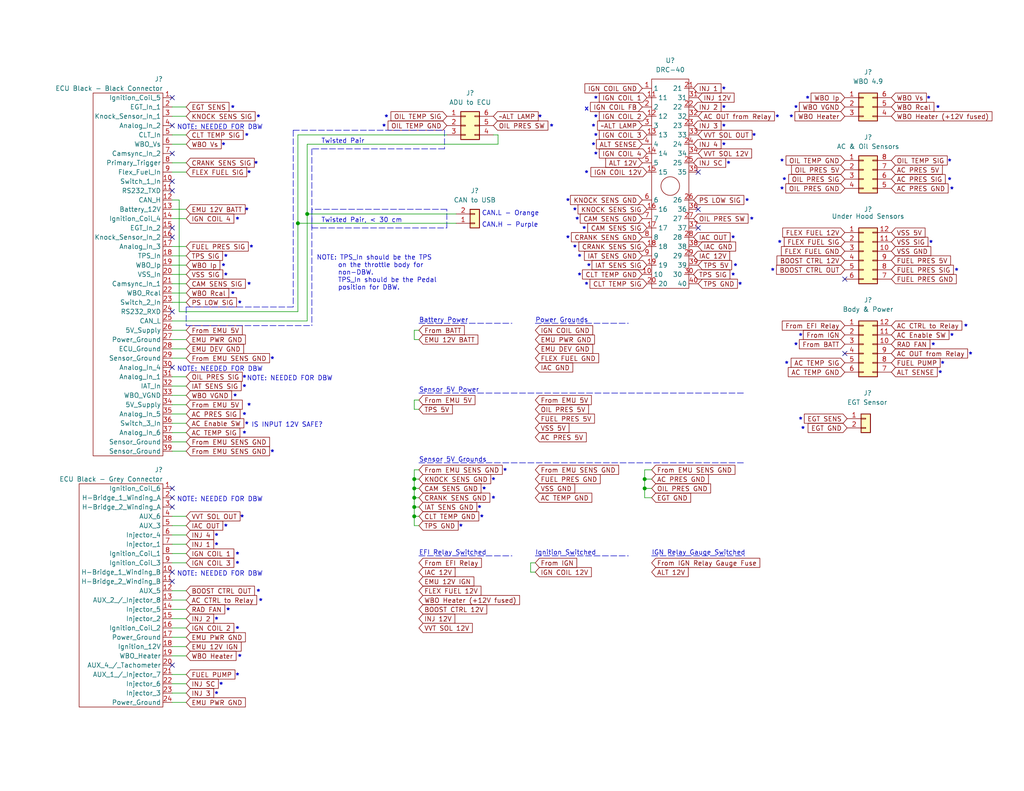
<source format=kicad_sch>
(kicad_sch (version 20211123) (generator eeschema)
  (paper "USLetter")
  (title_block (title "ECU Masters Black to Custom Corolla Wiring") (date "2023-03-22") (rev "v0.1") (company "Daniel Williams") (comment 1 "NO Drive By Wire (DBW)"))
  (lib_symbols
    (symbol "Connector_Generic:Conn_01x02" (pin_names (offset 1.016) hide)
      (property "Reference" "J" (at 0 2.54 0))
      (property "Value" "Conn_01x02" (at 0 -5.08 0))
      (symbol "Conn_01x02_1_1"
        (pin passive line (at -5.08 0 0) (length 3.81) (name "Pin_1") (number "1"))
        (pin passive line (at -5.08 -2.54 0) (length 3.81) (name "Pin_2") (number "2"))
      )
    )
    (symbol "Connector_Generic:Conn_02x03_Counter_Clockwise" (pin_names (offset 1.016) hide)
      (property "Reference" "J" (at 1.27 5.08 0))
      (property "Value" "Conn_02x03_Counter_Clockwise" (at 1.27 -5.08 0))
      (symbol "Conn_02x03_Counter_Clockwise_1_1"
        (pin passive line (at -5.08 2.54 0) (length 3.81) (name "Pin_1") (number "1"))
        (pin passive line (at -5.08 0 0) (length 3.81) (name "Pin_2") (number "2"))
        (pin passive line (at -5.08 -2.54 0) (length 3.81) (name "Pin_3") (number "3"))
        (pin passive line (at 7.62 -2.54 180) (length 3.81) (name "Pin_4") (number "4"))
        (pin passive line (at 7.62 0 180) (length 3.81) (name "Pin_5") (number "5"))
        (pin passive line (at 7.62 2.54 180) (length 3.81) (name "Pin_6") (number "6"))
      )
    )
    (symbol "Connector_Generic:Conn_02x04_Counter_Clockwise" (pin_names (offset 1.016) hide)
      (property "Reference" "J" (at 1.27 5.08 0))
      (property "Value" "Conn_02x04_Counter_Clockwise" (at 1.27 -7.62 0))
      (symbol "Conn_02x04_Counter_Clockwise_1_1"
        (pin passive line (at -5.08 2.54 0) (length 3.81) (name "Pin_1") (number "1"))
        (pin passive line (at -5.08 0 0) (length 3.81) (name "Pin_2") (number "2"))
        (pin passive line (at -5.08 -2.54 0) (length 3.81) (name "Pin_3") (number "3"))
        (pin passive line (at -5.08 -5.08 0) (length 3.81) (name "Pin_4") (number "4"))
        (pin passive line (at 7.62 -5.08 180) (length 3.81) (name "Pin_5") (number "5"))
        (pin passive line (at 7.62 -2.54 180) (length 3.81) (name "Pin_6") (number "6"))
        (pin passive line (at 7.62 0 180) (length 3.81) (name "Pin_7") (number "7"))
        (pin passive line (at 7.62 2.54 180) (length 3.81) (name "Pin_8") (number "8"))
      )
    )
    (symbol "Connector_Generic:Conn_02x05_Counter_Clockwise" (pin_names (offset 1.016) hide)
      (property "Reference" "J" (at 1.27 7.62 0))
      (property "Value" "Conn_02x05_Counter_Clockwise" (at 1.27 -7.62 0))
      (symbol "Conn_02x05_Counter_Clockwise_1_1"
        (pin passive line (at -5.08 5.08 0) (length 3.81) (name "Pin_1") (number "1"))
        (pin passive line (at 7.62 5.08 180) (length 3.81) (name "Pin_10") (number "10"))
        (pin passive line (at -5.08 2.54 0) (length 3.81) (name "Pin_2") (number "2"))
        (pin passive line (at -5.08 0 0) (length 3.81) (name "Pin_3") (number "3"))
        (pin passive line (at -5.08 -2.54 0) (length 3.81) (name "Pin_4") (number "4"))
        (pin passive line (at -5.08 -5.08 0) (length 3.81) (name "Pin_5") (number "5"))
        (pin passive line (at 7.62 -5.08 180) (length 3.81) (name "Pin_6") (number "6"))
        (pin passive line (at 7.62 -2.54 180) (length 3.81) (name "Pin_7") (number "7"))
        (pin passive line (at 7.62 0 180) (length 3.81) (name "Pin_8") (number "8"))
        (pin passive line (at 7.62 2.54 180) (length 3.81) (name "Pin_9") (number "9"))
      )
    )
    (symbol "Connector_Generic:Conn_02x06_Counter_Clockwise" (pin_names (offset 1.016) hide)
      (property "Reference" "J" (at 1.27 7.62 0))
      (property "Value" "Conn_02x06_Counter_Clockwise" (at 1.27 -10.16 0))
      (symbol "Conn_02x06_Counter_Clockwise_1_1"
        (pin passive line (at -5.08 5.08 0) (length 3.81) (name "Pin_1") (number "1"))
        (pin passive line (at 7.62 0 180) (length 3.81) (name "Pin_10") (number "10"))
        (pin passive line (at 7.62 2.54 180) (length 3.81) (name "Pin_11") (number "11"))
        (pin passive line (at 7.62 5.08 180) (length 3.81) (name "Pin_12") (number "12"))
        (pin passive line (at -5.08 2.54 0) (length 3.81) (name "Pin_2") (number "2"))
        (pin passive line (at -5.08 0 0) (length 3.81) (name "Pin_3") (number "3"))
        (pin passive line (at -5.08 -2.54 0) (length 3.81) (name "Pin_4") (number "4"))
        (pin passive line (at -5.08 -5.08 0) (length 3.81) (name "Pin_5") (number "5"))
        (pin passive line (at -5.08 -7.62 0) (length 3.81) (name "Pin_6") (number "6"))
        (pin passive line (at 7.62 -7.62 180) (length 3.81) (name "Pin_7") (number "7"))
        (pin passive line (at 7.62 -5.08 180) (length 3.81) (name "Pin_8") (number "8"))
        (pin passive line (at 7.62 -2.54 180) (length 3.81) (name "Pin_9") (number "9"))
      )
    )
    (symbol "ecu_masters:DRC-40"
      (property "Reference" "U" (at 0 0 0))
      (property "Value" "DRC-40" (at 0 -59.69 0))
      (symbol "DRC-40_1_1"
        (pin bidirectional line (at -7.62 -3.81 0) (length 2.54) (name "1") (number "1"))
        (pin bidirectional line (at -7.62 -54.61 0) (length 2.54) (name "10") (number "10"))
        (pin bidirectional line (at -6.35 -6.35 0) (length 2.54) (name "11") (number "11"))
        (pin bidirectional line (at -6.35 -11.43 0) (length 2.54) (name "12") (number "12"))
        (pin bidirectional line (at -6.35 -16.51 0) (length 2.54) (name "13") (number "13"))
        (pin bidirectional line (at -6.35 -21.59 0) (length 2.54) (name "14") (number "14"))
        (pin bidirectional line (at -6.35 -26.67 0) (length 2.54) (name "15") (number "15"))
        (pin bidirectional line (at -6.35 -36.83 0) (length 2.54) (name "16") (number "16"))
        (pin bidirectional line (at -6.35 -41.91 0) (length 2.54) (name "17") (number "17"))
        (pin bidirectional line (at -6.35 -46.99 0) (length 2.54) (name "18") (number "18"))
        (pin bidirectional line (at -6.35 -52.07 0) (length 2.54) (name "19") (number "19"))
        (pin bidirectional line (at -7.62 -8.89 0) (length 2.54) (name "2") (number "2"))
        (pin bidirectional line (at -6.35 -57.15 0) (length 2.54) (name "20") (number "20"))
        (pin bidirectional line (at 6.35 -3.81 180) (length 2.54) (name "21") (number "21"))
        (pin bidirectional line (at 6.35 -8.89 180) (length 2.54) (name "22") (number "22"))
        (pin bidirectional line (at 6.35 -13.97 180) (length 2.54) (name "23") (number "23"))
        (pin bidirectional line (at 6.35 -19.05 180) (length 2.54) (name "24") (number "24"))
        (pin bidirectional line (at 6.35 -24.13 180) (length 2.54) (name "25") (number "25"))
        (pin bidirectional line (at 6.35 -34.29 180) (length 2.54) (name "26") (number "26"))
        (pin bidirectional line (at 6.35 -39.37 180) (length 2.54) (name "27") (number "27"))
        (pin bidirectional line (at 6.35 -44.45 180) (length 2.54) (name "28") (number "28"))
        (pin bidirectional line (at 6.35 -49.53 180) (length 2.54) (name "29") (number "29"))
        (pin bidirectional line (at -7.62 -13.97 0) (length 2.54) (name "3") (number "3"))
        (pin bidirectional line (at 6.35 -54.61 180) (length 2.54) (name "30") (number "30"))
        (pin bidirectional line (at 7.62 -6.35 180) (length 2.54) (name "31") (number "31"))
        (pin bidirectional line (at 7.62 -11.43 180) (length 2.54) (name "32") (number "32"))
        (pin bidirectional line (at 7.62 -16.51 180) (length 2.54) (name "33") (number "33"))
        (pin bidirectional line (at 7.62 -21.59 180) (length 2.54) (name "34") (number "34"))
        (pin bidirectional line (at 7.62 -26.67 180) (length 2.54) (name "35") (number "35"))
        (pin bidirectional line (at 7.62 -36.83 180) (length 2.54) (name "36") (number "36"))
        (pin bidirectional line (at 7.62 -41.91 180) (length 2.54) (name "37") (number "37"))
        (pin bidirectional line (at 7.62 -46.99 180) (length 2.54) (name "38") (number "38"))
        (pin bidirectional line (at 7.62 -52.07 180) (length 2.54) (name "39") (number "39"))
        (pin bidirectional line (at -7.62 -19.05 0) (length 2.54) (name "4") (number "4"))
        (pin bidirectional line (at 7.62 -57.15 180) (length 2.54) (name "40") (number "40"))
        (pin bidirectional line (at -7.62 -24.13 0) (length 2.54) (name "5") (number "5"))
        (pin bidirectional line (at -7.62 -34.29 0) (length 2.54) (name "6") (number "6"))
        (pin bidirectional line (at -7.62 -39.37 0) (length 2.54) (name "7") (number "7"))
        (pin bidirectional line (at -7.62 -44.45 0) (length 2.54) (name "8") (number "8"))
        (pin bidirectional line (at -7.62 -49.53 0) (length 2.54) (name "9") (number "9"))
      )
    )
    (symbol "ecu_masters:ECU Black - Black Connector"
      (property "Reference" "J?" (at 0 3.81 0))
      (property "Value" "ECU Black - Black Connector" (at 0 1.27 0))
      (symbol "ECU Black - Black Connector_1_1"
        (pin output line (at -2.54 -1.27 0) (length 2.54) (name "Ignition_Coil_5") (number "1"))
        (pin input line (at -2.54 -24.13 0) (length 2.54) (name "Switch_1_In") (number "10"))
        (pin bidirectional line (at -2.54 -26.67 0) (length 2.54) (name "RS232_TXD") (number "11"))
        (pin bidirectional line (at -2.54 -29.21 0) (length 2.54) (name "CAN_H") (number "12"))
        (pin power_in line (at -2.54 -31.75 0) (length 2.54) (name "Battery_12V") (number "13"))
        (pin output line (at -2.54 -34.29 0) (length 2.54) (name "Ignition_Coil_4") (number "14"))
        (pin input line (at -2.54 -36.83 0) (length 2.54) (name "EGT_In_2") (number "15"))
        (pin input line (at -2.54 -39.37 0) (length 2.54) (name "Knock_Sensor_In_2") (number "16"))
        (pin input line (at -2.54 -41.91 0) (length 2.54) (name "Analog_In_3") (number "17"))
        (pin input line (at -2.54 -44.45 0) (length 2.54) (name "TPS_In") (number "18"))
        (pin input line (at -2.54 -46.99 0) (length 2.54) (name "WBO_Ip") (number "19"))
        (pin input line (at -2.54 -3.81 0) (length 2.54) (name "EGT_In_1") (number "2"))
        (pin input line (at -2.54 -49.53 0) (length 2.54) (name "VSS_In") (number "20"))
        (pin input line (at -2.54 -52.07 0) (length 2.54) (name "Camsync_In_1") (number "21"))
        (pin input line (at -2.54 -54.61 0) (length 2.54) (name "WBO_Rcal") (number "22"))
        (pin input line (at -2.54 -57.15 0) (length 2.54) (name "Switch_2_In") (number "23"))
        (pin bidirectional line (at -2.54 -59.69 0) (length 2.54) (name "RS232_RXD") (number "24"))
        (pin bidirectional line (at -2.54 -62.23 0) (length 2.54) (name "CAN_L") (number "25"))
        (pin power_out line (at -2.54 -64.77 0) (length 2.54) (name "5V_Supply") (number "26"))
        (pin power_in line (at -2.54 -67.31 0) (length 2.54) (name "Power_Ground") (number "27"))
        (pin power_in line (at -2.54 -69.85 0) (length 2.54) (name "ECU_Ground") (number "28"))
        (pin power_out line (at -2.54 -72.39 0) (length 2.54) (name "Sensor_Ground") (number "29"))
        (pin input line (at -2.54 -6.35 0) (length 2.54) (name "Knock_Sensor_In_1") (number "3"))
        (pin input line (at -2.54 -74.93 0) (length 2.54) (name "Analog_In_4") (number "30"))
        (pin input line (at -2.54 -77.47 0) (length 2.54) (name "Analog_In_1") (number "31"))
        (pin input line (at -2.54 -80.01 0) (length 2.54) (name "IAT_In") (number "32"))
        (pin power_out line (at -2.54 -82.55 0) (length 2.54) (name "WBO_VGND") (number "33"))
        (pin power_out line (at -2.54 -85.09 0) (length 2.54) (name "5V_Supply") (number "34"))
        (pin input line (at -2.54 -87.63 0) (length 2.54) (name "Analog_In_5") (number "35"))
        (pin input line (at -2.54 -90.17 0) (length 2.54) (name "Switch_3_In") (number "36"))
        (pin input line (at -2.54 -92.71 0) (length 2.54) (name "Analog_In_6") (number "37"))
        (pin power_out line (at -2.54 -95.25 0) (length 2.54) (name "Sensor_Ground") (number "38"))
        (pin power_out line (at -2.54 -97.79 0) (length 2.54) (name "Sensor_Ground") (number "39"))
        (pin input line (at -2.54 -8.89 0) (length 2.54) (name "Analog_In_2") (number "4"))
        (pin input line (at -2.54 -11.43 0) (length 2.54) (name "CLT_In") (number "5"))
        (pin power_out line (at -2.54 -13.97 0) (length 2.54) (name "WBO_Vs") (number "6"))
        (pin input line (at -2.54 -16.51 0) (length 2.54) (name "Camsync_In_2") (number "7"))
        (pin input line (at -2.54 -19.05 0) (length 2.54) (name "Primary_Trigger") (number "8"))
        (pin input line (at -2.54 -21.59 0) (length 2.54) (name "Flex_Fuel_In") (number "9"))
      )
    )
    (symbol "ecu_masters:ECU Black - Grey Connector"
      (property "Reference" "J?" (at 0 3.81 0))
      (property "Value" "ECU Black - Grey Connector" (at 0 1.27 0))
      (symbol "ECU Black - Grey Connector_1_1"
        (pin output line (at -2.54 -1.27 0) (length 2.54) (name "Ignition_Coil_6") (number "1"))
        (pin output line (at -2.54 -24.13 0) (length 2.54) (name "H-Bridge_1_Winding_B") (number "10"))
        (pin output line (at -2.54 -26.67 0) (length 2.54) (name "H-Bridge_2_Winding_B") (number "11"))
        (pin output line (at -2.54 -29.21 0) (length 2.54) (name "AUX_5") (number "12"))
        (pin output line (at -2.54 -31.75 0) (length 2.54) (name "AUX_2_/_Injector_8") (number "13"))
        (pin output line (at -2.54 -34.29 0) (length 2.54) (name "Injector_5") (number "14"))
        (pin output line (at -2.54 -36.83 0) (length 2.54) (name "Injector_2") (number "15"))
        (pin output line (at -2.54 -39.37 0) (length 2.54) (name "Ignition_Coil_2") (number "16"))
        (pin power_in line (at -2.54 -41.91 0) (length 2.54) (name "Power_Ground") (number "17"))
        (pin power_in line (at -2.54 -44.45 0) (length 2.54) (name "Ignition_12V") (number "18"))
        (pin power_out line (at -2.54 -46.99 0) (length 2.54) (name "WBO_Heater") (number "19"))
        (pin output line (at -2.54 -3.81 0) (length 2.54) (name "H-Bridge_1_Winding_A") (number "2"))
        (pin output line (at -2.54 -49.53 0) (length 2.54) (name "AUX_4_/_Tachometer") (number "20"))
        (pin output line (at -2.54 -52.07 0) (length 2.54) (name "AUX_1_/_Injector_7") (number "21"))
        (pin output line (at -2.54 -54.61 0) (length 2.54) (name "Injector_6") (number "22"))
        (pin output line (at -2.54 -57.15 0) (length 2.54) (name "Injector_3") (number "23"))
        (pin power_in line (at -2.54 -59.69 0) (length 2.54) (name "Power_Ground") (number "24"))
        (pin output line (at -2.54 -6.35 0) (length 2.54) (name "H-Bridge_2_Winding_A") (number "3"))
        (pin output line (at -2.54 -8.89 0) (length 2.54) (name "AUX_6") (number "4"))
        (pin output line (at -2.54 -11.43 0) (length 2.54) (name "AUX_3") (number "5"))
        (pin output line (at -2.54 -13.97 0) (length 2.54) (name "Injector_4") (number "6"))
        (pin output line (at -2.54 -16.51 0) (length 2.54) (name "Injector_1") (number "7"))
        (pin output line (at -2.54 -19.05 0) (length 2.54) (name "Ignition_Coil_1") (number "8"))
        (pin output line (at -2.54 -21.59 0) (length 2.54) (name "Ignition_Coil_3") (number "9"))
      )
    )
  )
  (junction (at 113.03 135.89))
  (junction (at 81.28 60.96))
  (junction (at 83.82 58.42))
  (junction (at 175.895 130.81))
  (junction (at 113.03 138.43))
  (junction (at 113.03 130.81))
  (junction (at 175.895 133.35))
  (junction (at 113.03 140.97))
  (junction (at 113.03 133.35))
  (no_connect (at 190.5 46.99))
  (no_connect (at 190.5 62.23))
  (no_connect (at 190.5 57.15))
  (no_connect (at 46.99 49.53))
  (no_connect (at 46.99 62.23))
  (no_connect (at 46.99 64.77))
  (no_connect (at 46.99 41.91))
  (no_connect (at 46.99 133.35))
  (no_connect (at 46.99 52.07))
  (no_connect (at 46.99 85.09))
  (no_connect (at 46.99 26.67))
  (no_connect (at 46.99 181.61))
  (no_connect (at 230.505 76.2))
  (no_connect (at 230.505 96.52))
  (no_connect (at 46.99 34.29))
  (no_connect (at 46.99 156.21))
  (no_connect (at 46.99 135.89))
  (no_connect (at 46.99 138.43))
  (no_connect (at 46.99 158.75))
  (no_connect (at 46.99 100.33))
  (polyline (pts (xy 121.92 62.23) (xy 121.92 57.15)))
  (wire (pts (xy 46.99 39.37) (xy 50.8 39.37)))
  (polyline (pts (xy 146.05 151.765) (xy 171.45 151.765)))
  (polyline (pts (xy 146.05 88.265) (xy 171.45 88.265)))
  (wire (pts (xy 83.82 58.42) (xy 83.82 87.63)))
  (wire (pts (xy 81.28 60.96) (xy 124.46 60.96)))
  (wire (pts (xy 114.3 143.51) (xy 113.03 143.51)))
  (wire (pts (xy 46.99 36.83) (xy 50.8 36.83)))
  (wire (pts (xy 113.03 140.97) (xy 113.03 138.43)))
  (wire (pts (xy 46.99 148.59) (xy 50.8 148.59)))
  (polyline (pts (xy 114.3 151.765) (xy 139.7 151.765)))
  (wire (pts (xy 46.99 74.93) (xy 50.8 74.93)))
  (wire (pts (xy 46.99 118.11) (xy 50.8 118.11)))
  (wire (pts (xy 46.99 163.83) (xy 50.8 163.83)))
  (wire (pts (xy 177.8 135.89) (xy 175.895 135.89)))
  (polyline (pts (xy 114.3 107.315) (xy 203.2 107.315)))
  (wire (pts (xy 113.03 133.35) (xy 113.03 130.81)))
  (wire (pts (xy 113.03 133.35) (xy 114.3 133.35)))
  (wire (pts (xy 144.78 156.21) (xy 146.05 156.21)))
  (wire (pts (xy 113.03 138.43) (xy 113.03 135.89)))
  (wire (pts (xy 81.28 36.83) (xy 121.92 36.83)))
  (wire (pts (xy 46.99 110.49) (xy 50.8 110.49)))
  (polyline (pts (xy 50.8 88.9) (xy 85.09 88.9)))
  (wire (pts (xy 135.89 36.83) (xy 134.62 36.83)))
  (polyline (pts (xy 50.8 83.82) (xy 50.8 88.9)))
  (wire (pts (xy 46.99 161.29) (xy 50.8 161.29)))
  (wire (pts (xy 46.99 153.67) (xy 50.8 153.67)))
  (polyline (pts (xy 80.01 83.82) (xy 50.8 83.82)))
  (wire (pts (xy 114.3 109.22) (xy 113.03 109.22)))
  (wire (pts (xy 46.99 143.51) (xy 50.8 143.51)))
  (wire (pts (xy 46.99 168.91) (xy 50.8 168.91)))
  (wire (pts (xy 113.03 111.76) (xy 114.3 111.76)))
  (polyline (pts (xy 177.8 151.765) (xy 203.2 151.765)))
  (wire (pts (xy 113.03 135.89) (xy 113.03 133.35)))
  (wire (pts (xy 46.99 186.69) (xy 50.8 186.69)))
  (wire (pts (xy 46.99 184.15) (xy 50.8 184.15)))
  (wire (pts (xy 46.99 107.95) (xy 50.8 107.95)))
  (wire (pts (xy 83.82 39.37) (xy 135.89 39.37)))
  (wire (pts (xy 46.99 59.69) (xy 50.8 59.69)))
  (wire (pts (xy 48.895 54.61) (xy 48.895 85.09)))
  (wire (pts (xy 175.895 130.81) (xy 177.8 130.81)))
  (wire (pts (xy 83.82 58.42) (xy 124.46 58.42)))
  (wire (pts (xy 175.895 130.81) (xy 175.895 128.27)))
  (wire (pts (xy 46.99 115.57) (xy 50.8 115.57)))
  (wire (pts (xy 46.99 44.45) (xy 50.8 44.45)))
  (wire (pts (xy 175.895 133.35) (xy 177.8 133.35)))
  (wire (pts (xy 81.28 36.83) (xy 81.28 60.96)))
  (polyline (pts (xy 121.92 57.15) (xy 85.09 57.15)))
  (wire (pts (xy 46.99 191.77) (xy 50.8 191.77)))
  (wire (pts (xy 46.99 92.71) (xy 50.8 92.71)))
  (wire (pts (xy 113.03 135.89) (xy 114.3 135.89)))
  (wire (pts (xy 46.99 120.65) (xy 50.8 120.65)))
  (wire (pts (xy 46.99 77.47) (xy 50.8 77.47)))
  (wire (pts (xy 113.03 92.71) (xy 114.3 92.71)))
  (wire (pts (xy 46.99 105.41) (xy 50.8 105.41)))
  (wire (pts (xy 175.895 135.89) (xy 175.895 133.35)))
  (polyline (pts (xy 85.09 40.64) (xy 85.09 88.9)))
  (wire (pts (xy 113.03 130.81) (xy 114.3 130.81)))
  (wire (pts (xy 46.99 57.15) (xy 50.8 57.15)))
  (wire (pts (xy 135.89 39.37) (xy 135.89 36.83)))
  (wire (pts (xy 46.99 90.17) (xy 50.8 90.17)))
  (wire (pts (xy 48.895 85.09) (xy 81.28 85.09)))
  (wire (pts (xy 46.99 69.85) (xy 50.8 69.85)))
  (wire (pts (xy 46.99 95.25) (xy 50.8 95.25)))
  (wire (pts (xy 46.99 102.87) (xy 50.8 102.87)))
  (polyline (pts (xy 114.3 88.265) (xy 139.7 88.265)))
  (wire (pts (xy 46.99 46.99) (xy 50.8 46.99)))
  (wire (pts (xy 113.03 128.27) (xy 114.3 128.27)))
  (wire (pts (xy 175.895 133.35) (xy 175.895 130.81)))
  (wire (pts (xy 46.99 97.79) (xy 50.8 97.79)))
  (wire (pts (xy 46.99 29.21) (xy 50.8 29.21)))
  (wire (pts (xy 46.99 166.37) (xy 50.8 166.37)))
  (wire (pts (xy 46.99 151.13) (xy 50.8 151.13)))
  (polyline (pts (xy 80.01 35.56) (xy 80.01 83.82)))
  (wire (pts (xy 46.99 171.45) (xy 50.8 171.45)))
  (polyline (pts (xy 80.01 35.56) (xy 121.285 35.56)))
  (wire (pts (xy 46.99 146.05) (xy 50.8 146.05)))
  (wire (pts (xy 46.99 31.75) (xy 50.8 31.75)))
  (wire (pts (xy 113.03 140.97) (xy 114.3 140.97)))
  (wire (pts (xy 144.78 153.67) (xy 144.78 156.21)))
  (wire (pts (xy 46.99 173.99) (xy 50.8 173.99)))
  (wire (pts (xy 46.99 82.55) (xy 50.8 82.55)))
  (wire (pts (xy 46.99 189.23) (xy 50.8 189.23)))
  (wire (pts (xy 46.99 54.61) (xy 48.895 54.61)))
  (wire (pts (xy 46.99 176.53) (xy 50.8 176.53)))
  (wire (pts (xy 113.03 130.81) (xy 113.03 128.27)))
  (wire (pts (xy 83.82 87.63) (xy 46.99 87.63)))
  (polyline (pts (xy 85.09 62.23) (xy 121.92 62.23)))
  (wire (pts (xy 46.99 80.01) (xy 50.8 80.01)))
  (wire (pts (xy 46.99 113.03) (xy 50.8 113.03)))
  (wire (pts (xy 146.05 153.67) (xy 144.78 153.67)))
  (polyline (pts (xy 121.285 40.64) (xy 85.09 40.64)))
  (wire (pts (xy 83.82 39.37) (xy 83.82 58.42)))
  (wire (pts (xy 113.03 90.17) (xy 113.03 92.71)))
  (polyline (pts (xy 121.285 35.56) (xy 121.285 40.64)))
  (wire (pts (xy 46.99 67.31) (xy 50.8 67.31)))
  (wire (pts (xy 46.99 179.07) (xy 50.8 179.07)))
  (wire (pts (xy 114.3 90.17) (xy 113.03 90.17)))
  (wire (pts (xy 46.99 140.97) (xy 50.8 140.97)))
  (polyline (pts (xy 85.09 57.15) (xy 85.09 62.23)))
  (wire (pts (xy 113.03 143.51) (xy 113.03 140.97)))
  (wire (pts (xy 113.03 138.43) (xy 114.3 138.43)))
  (wire (pts (xy 46.99 123.19) (xy 50.8 123.19)))
  (wire (pts (xy 46.99 72.39) (xy 50.8 72.39)))
  (wire (pts (xy 175.895 128.27) (xy 177.8 128.27)))
  (wire (pts (xy 113.03 109.22) (xy 113.03 111.76)))
  (polyline (pts (xy 114.3 126.365) (xy 203.2 126.365)))
  (wire (pts (xy 81.28 60.96) (xy 81.28 85.09)))
  (text "*" (at 73.66 99.06 0) (effects (font (size 1.27 1.27) bold) (justify left bottom)))
  (text "CAN.L - Orange" (at 131.445 59.055 0) (effects (font (size 1.27 1.27)) (justify left bottom)))
  (text "*" (at 254 95.25 0) (effects (font (size 1.27 1.27) bold) (justify left bottom)))
  (text "*" (at 149.86 35.56 0) (effects (font (size 1.27 1.27) bold) (justify left bottom)))
  (text "Sensor 5V Power" (at 114.3 107.315 0) (effects (font (size 1.27 1.27)) (justify left bottom)))
  (text "*" (at 161.925 38.1 0) (effects (font (size 1.27 1.27) bold) (justify left bottom)))
  (text "*" (at 69.85 33.02 0) (effects (font (size 1.27 1.27) bold) (justify left bottom)))
  (text "*" (at 216.535 30.48 0) (effects (font (size 1.27 1.27) bold) (justify left bottom)))
  (text "*" (at 160.02 73.66 0) (effects (font (size 1.27 1.27) bold) (justify left bottom)))
  (text "*" (at 196.85 25.4 0) (effects (font (size 1.27 1.27) bold) (justify left bottom)))
  (text "*" (at 216.535 95.25 0) (effects (font (size 1.27 1.27) bold) (justify left bottom)))
  (text "*" (at 212.725 45.085 0) (effects (font (size 1.27 1.27) bold) (justify left bottom)))
  (text "*" (at 137.16 129.54 0) (effects (font (size 1.27 1.27) bold) (justify left bottom)))
  (text "*" (at 258.445 45.085 0) (effects (font (size 1.27 1.27) bold) (justify left bottom)))
  (text "*" (at 217.805 92.71 0) (effects (font (size 1.27 1.27) bold) (justify left bottom)))
  (text "*" (at 158.75 63.5 0) (effects (font (size 1.27 1.27) bold) (justify left bottom)))
  (text "*" (at 198.12 45.72 0) (effects (font (size 1.27 1.27) bold) (justify left bottom)))
  (text "*" (at 58.42 170.18 0) (effects (font (size 1.27 1.27) bold) (justify left bottom)))
  (text "*" (at 67.945 68.58 0) (effects (font (size 1.27 1.27) bold) (justify left bottom)))
  (text "*" (at 104.14 35.56 0) (effects (font (size 1.27 1.27) bold) (justify left bottom)))
  (text "*" (at 256.54 100.33 0) (effects (font (size 1.27 1.27) bold) (justify left bottom)))
  (text "*" (at 161.29 35.56 0) (effects (font (size 1.27 1.27) bold) (justify left bottom)))
  (text "*" (at 260.35 74.93 0) (effects (font (size 1.27 1.27) bold) (justify left bottom)))
  (text "*" (at 64.135 185.42 0) (effects (font (size 1.27 1.27) bold) (justify left bottom)))
  (text "*" (at 253.365 67.31 0) (effects (font (size 1.27 1.27) bold) (justify left bottom)))
  (text "IGN Relay Gauge Switched" (at 177.8 151.765 0) (effects (font (size 1.27 1.27)) (justify left bottom)))
  (text "*" (at 203.2 55.88 0) (effects (font (size 1.27 1.27) bold) (justify left bottom)))
  (text "*" (at 60.96 144.78 0) (effects (font (size 1.27 1.27) bold) (justify left bottom)))
  (text "*" (at 131.445 134.62 0) (effects (font (size 1.27 1.27) bold) (justify left bottom)))
  (text "*" (at 64.77 180.34 0) (effects (font (size 1.27 1.27) bold) (justify left bottom)))
  (text "*" (at 156.845 60.96 0) (effects (font (size 1.27 1.27) bold) (justify left bottom)))
  (text "Ignition Switched" (at 146.05 151.765 0) (effects (font (size 1.27 1.27)) (justify left bottom)))
  (text "*" (at 255.27 30.48 0) (effects (font (size 1.27 1.27) bold) (justify left bottom)))
  (text "*" (at 64.135 172.72 0) (effects (font (size 1.27 1.27) bold) (justify left bottom)))
  (text "NOTE: NEEDED FOR DBW" (at 48.26 35.56 0) (effects (font (size 1.27 1.27)) (justify left bottom)))
  (text "Sensor 5V Grounds" (at 114.3 126.365 0) (effects (font (size 1.27 1.27)) (justify left bottom)))
  (text "Battery Power" (at 114.3 88.265 0) (effects (font (size 1.27 1.27)) (justify left bottom)))
  (text "*" (at 212.09 67.31 0) (effects (font (size 1.27 1.27) bold) (justify left bottom)))
  (text "Twisted Pair, < 30 cm" (at 87.63 60.96 0) (effects (font (size 1.27 1.27)) (justify left bottom)))
  (text "*" (at 69.85 162.56 0) (effects (font (size 1.27 1.27) bold) (justify left bottom)))
  (text "NOTE: Signals for ADU" (at -28.575 153.035 0) (effects (font (size 1.27 1.27)) (justify left bottom)))
  (text "*" (at 69.215 45.72 0) (effects (font (size 1.27 1.27) bold) (justify left bottom)))
  (text "*" (at 60.96 76.2 0) (effects (font (size 1.27 1.27) bold) (justify left bottom)))
  (text "*" (at 157.48 76.2 0) (effects (font (size 1.27 1.27) bold) (justify left bottom)))
  (text "*" (at 66.04 114.3 0) (effects (font (size 1.27 1.27) bold) (justify left bottom)))
  (text "*" (at 196.85 35.56 0) (effects (font (size 1.27 1.27) bold) (justify left bottom)))
  (text "*" (at 64.77 83.82 0) (effects (font (size 1.27 1.27) bold) (justify left bottom)))
  (text "*" (at 130.175 139.7 0) (effects (font (size 1.27 1.27) bold) (justify left bottom)))
  (text "*" (at 60.325 40.64 0) (effects (font (size 1.27 1.27) bold) (justify left bottom)))
  (text "*" (at 61.595 167.64 0) (effects (font (size 1.27 1.27) bold) (justify left bottom)))
  (text "*" (at 66.675 38.1 0) (effects (font (size 1.27 1.27) bold) (justify left bottom)))
  (text "*" (at 217.805 115.57 0) (effects (font (size 1.27 1.27) bold) (justify left bottom)))
  (text "*" (at 211.455 33.02 0) (effects (font (size 1.27 1.27) bold) (justify left bottom)))
  (text "*" (at 218.44 118.11 0) (effects (font (size 1.27 1.27) bold) (justify left bottom)))
  (text "*" (at 264.16 97.79 0) (effects (font (size 1.27 1.27) bold) (justify left bottom)))
  (text "*" (at 146.685 33.02 0) (effects (font (size 1.27 1.27) bold) (justify left bottom)))
  (text "*" (at 219.71 27.94 0) (effects (font (size 1.27 1.27) bold) (justify left bottom)))
  (text "*" (at 66.04 104.14 0) (effects (font (size 1.27 1.27) bold) (justify left bottom)))
  (text "*" (at 60.96 71.12 0) (effects (font (size 1.27 1.27) bold) (justify left bottom)))
  (text "*" (at 65.405 142.24 0) (effects (font (size 1.27 1.27) bold) (justify left bottom)))
  (text "x" (at 159.385 30.48 0) (effects (font (size 1.27 1.27) bold) (justify left bottom)))
  (text "*" (at 64.135 154.94 0) (effects (font (size 1.27 1.27) bold) (justify left bottom)))
  (text "*" (at 154.305 55.88 0) (effects (font (size 1.27 1.27) bold) (justify left bottom)))
  (text "*" (at 60.325 73.66 0) (effects (font (size 1.27 1.27) bold) (justify left bottom)))
  (text "*" (at 70.485 165.1 0) (effects (font (size 1.27 1.27) bold) (justify left bottom)))
  (text "*" (at 196.85 40.64 0) (effects (font (size 1.27 1.27) bold) (justify left bottom)))
  (text "*" (at 64.135 152.4 0) (effects (font (size 1.27 1.27) bold) (justify left bottom)))
  (text "*" (at 66.675 116.84 0) (effects (font (size 1.27 1.27) bold) (justify left bottom)))
  (text "*" (at 125.095 144.78 0) (effects (font (size 1.27 1.27) bold) (justify left bottom)))
  (text "*" (at 63.5 109.22 0) (effects (font (size 1.27 1.27) bold) (justify left bottom)))
  (text "IS INPUT 12V SAFE?" (at 68.58 116.84 0) (effects (font (size 1.27 1.27)) (justify left bottom)))
  (text "*" (at 199.39 76.2 0) (effects (font (size 1.27 1.27) bold) (justify left bottom)))
  (text "*" (at 159.385 48.26 0) (effects (font (size 1.27 1.27) bold) (justify left bottom)))
  (text "*" (at 161.925 27.94 0) (effects (font (size 1.27 1.27) bold) (justify left bottom)))
  (text "*" (at 204.47 60.96 0) (effects (font (size 1.27 1.27) bold) (justify left bottom)))
  (text "*" (at 154.305 66.04 0) (effects (font (size 1.27 1.27) bold) (justify left bottom)))
  (text "*" (at 104.775 33.02 0) (effects (font (size 1.27 1.27) bold) (justify left bottom)))
  (text "*" (at 66.675 58.42 0) (effects (font (size 1.27 1.27) bold) (justify left bottom)))
  (text "Power Grounds" (at 146.05 88.265 0) (effects (font (size 1.27 1.27)) (justify left bottom)))
  (text "*" (at 73.66 124.46 0) (effects (font (size 1.27 1.27) bold) (justify left bottom)))
  (text "*" (at 59.69 187.96 0) (effects (font (size 1.27 1.27) bold) (justify left bottom)))
  (text "*" (at 259.08 92.71 0) (effects (font (size 1.27 1.27) bold) (justify left bottom)))
  (text "NOTE: NEEDED FOR DBW" (at 67.31 104.14 0) (effects (font (size 1.27 1.27)) (justify left bottom)))
  (text "*" (at 67.31 78.74 0) (effects (font (size 1.27 1.27) bold) (justify left bottom)))
  (text "*" (at 133.985 137.16 0) (effects (font (size 1.27 1.27) bold) (justify left bottom)))
  (text "NOTE: Power for ADU\n      from gauge harness" (at -28.575 148.59 0) (effects (font (size 1.27 1.27)) (justify left bottom)))
  (text "NOTE: TPS_In should be the TPS\n      on the throttle body for\n      non-DBW.\n      TPS_In should be the Pedal\n      position for DBW." (at 86.36 79.375 0) (effects (font (size 1.27 1.27)) (justify left bottom)))
  (text "*" (at 159.385 78.74 0) (effects (font (size 1.27 1.27) bold) (justify left bottom)))
  (text "*" (at 255.905 102.87 0) (effects (font (size 1.27 1.27) bold) (justify left bottom)))
  (text "*" (at 252.73 27.94 0) (effects (font (size 1.27 1.27) bold) (justify left bottom)))
  (text "*" (at 196.85 30.48 0) (effects (font (size 1.27 1.27) bold) (justify left bottom)))
  (text "*" (at 210.185 74.93 0) (effects (font (size 1.27 1.27) bold) (justify left bottom)))
  (text "*" (at 161.29 40.64 0) (effects (font (size 1.27 1.27) bold) (justify left bottom)))
  (text "*" (at 58.42 147.32 0) (effects (font (size 1.27 1.27) bold) (justify left bottom)))
  (text "*" (at 205.105 38.1 0) (effects (font (size 1.27 1.27) bold) (justify left bottom)))
  (text "NOTE: NEEDED FOR DBW" (at 48.26 157.48 0) (effects (font (size 1.27 1.27)) (justify left bottom)))
  (text "NOTE: NEEDED FOR DBW" (at 48.26 101.6 0) (effects (font (size 1.27 1.27)) (justify left bottom)))
  (text "*" (at 215.265 33.02 0) (effects (font (size 1.27 1.27) bold) (justify left bottom)))
  (text "NOTE: NEEDED FOR DBW" (at 48.26 137.16 0) (effects (font (size 1.27 1.27)) (justify left bottom)))
  (text "*" (at 212.725 52.705 0) (effects (font (size 1.27 1.27) bold) (justify left bottom)))
  (text "*" (at 161.925 43.18 0) (effects (font (size 1.27 1.27) bold) (justify left bottom)))
  (text "*" (at 157.48 71.12 0) (effects (font (size 1.27 1.27) bold) (justify left bottom)))
  (text "*" (at 258.445 50.165 0) (effects (font (size 1.27 1.27) bold) (justify left bottom)))
  (text "*" (at 161.925 33.02 0) (effects (font (size 1.27 1.27) bold) (justify left bottom)))
  (text "*" (at 66.04 119.38 0) (effects (font (size 1.27 1.27) bold) (justify left bottom)))
  (text "EFI Relay Switched" (at 114.3 151.765 0) (effects (font (size 1.27 1.27)) (justify left bottom)))
  (text "*" (at 62.865 81.28 0) (effects (font (size 1.27 1.27) bold) (justify left bottom)))
  (text "CAN.H - Purple" (at 131.445 62.23 0) (effects (font (size 1.27 1.27)) (justify left bottom)))
  (text "*" (at 213.36 50.165 0) (effects (font (size 1.27 1.27) bold) (justify left bottom)))
  (text "*" (at 133.985 132.08 0) (effects (font (size 1.27 1.27) bold) (justify left bottom)))
  (text "*" (at 156.21 68.58 0) (effects (font (size 1.27 1.27) bold) (justify left bottom)))
  (text "*" (at 213.995 100.33 0) (effects (font (size 1.27 1.27) bold) (justify left bottom)))
  (text "*" (at 130.81 142.24 0) (effects (font (size 1.27 1.27) bold) (justify left bottom)))
  (text "*" (at 156.21 58.42 0) (effects (font (size 1.27 1.27) bold) (justify left bottom)))
  (text "Twisted Pair" (at 87.63 39.37 0) (effects (font (size 1.27 1.27)) (justify left bottom)))
  (text "*" (at 199.39 66.04 0) (effects (font (size 1.27 1.27) bold) (justify left bottom)))
  (text "*" (at 262.89 90.17 0) (effects (font (size 1.27 1.27) bold) (justify left bottom)))
  (text "- Reverse Lamp (relocate)\n  Coolant Line Temp\n\n  Cruise Control Stuffs? Do I even have this?\n" (at -50.8 93.345 0) (effects (font (size 1.27 1.27)) (justify left bottom)))
  (text "*" (at 201.295 78.74 0) (effects (font (size 1.27 1.27) bold) (justify left bottom)))
  (text "*" (at 62.865 30.48 0) (effects (font (size 1.27 1.27) bold) (justify left bottom)))
  (text "*" (at 58.42 190.5 0) (effects (font (size 1.27 1.27) bold) (justify left bottom)))
  (text "*" (at 67.31 111.76 0) (effects (font (size 1.27 1.27) bold) (justify left bottom)))
  (text "*" (at 200.025 73.66 0) (effects (font (size 1.27 1.27) bold) (justify left bottom)))
  (text "*" (at 58.42 149.86 0) (effects (font (size 1.27 1.27) bold) (justify left bottom)))
  (text "*" (at 66.04 106.68 0) (effects (font (size 1.27 1.27) bold) (justify left bottom)))
  (text "*" (at 64.135 60.96 0) (effects (font (size 1.27 1.27) bold) (justify left bottom)))
  (text "*" (at 67.31 48.26 0) (effects (font (size 1.27 1.27) bold) (justify left bottom)))
  (text "*" (at 259.08 52.705 0) (effects (font (size 1.27 1.27) bold) (justify left bottom)))
  (global_label "AC CTRL to Relay" (shape input) (at 50.8 163.83 0) (property "Intersheet References" "${INTERSHEET_REFS}" (effects hide)))
  (global_label "AC TEMP SIG" (shape input) (at 50.8 118.11 0) (property "Intersheet References" "${INTERSHEET_REFS}" (effects hide)))
  (global_label "BOOST CTRL OUT" (shape input) (at 230.505 73.66 180) (property "Intersheet References" "${INTERSHEET_REFS}" (effects hide)))
  (global_label "PS LOW SIG" (shape input) (at 189.23 54.61 0) (property "Intersheet References" "${INTERSHEET_REFS}" (effects hide)))
  (global_label "AC TEMP GND" (shape input) (at 230.505 101.6 180) (property "Intersheet References" "${INTERSHEET_REFS}" (effects hide)))
  (global_label "From EFI Relay" (shape input) (at 114.3 153.67 0) (property "Intersheet References" "${INTERSHEET_REFS}" (effects hide)))
  (global_label "KNOCK SENS GND" (shape input) (at 175.26 54.61 180) (property "Intersheet References" "${INTERSHEET_REFS}" (effects hide)))
  (global_label "INJ 3" (shape input) (at 189.23 34.29 0) (property "Intersheet References" "${INTERSHEET_REFS}" (effects hide)))
  (global_label "OIL PRES SW" (shape input) (at 189.23 59.69 0) (property "Intersheet References" "${INTERSHEET_REFS}" (effects hide)))
  (global_label "CLT TEMP GND" (shape input) (at 114.3 140.97 0) (property "Intersheet References" "${INTERSHEET_REFS}" (effects hide)))
  (global_label "FUEL PRES SIG" (shape input) (at 243.205 73.66 0) (property "Intersheet References" "${INTERSHEET_REFS}" (effects hide)))
  (global_label "EMU PWR GND" (shape input) (at 50.8 173.99 0) (property "Intersheet References" "${INTERSHEET_REFS}" (effects hide)))
  (global_label "IAC 12V" (shape input) (at 189.23 69.85 0) (property "Intersheet References" "${INTERSHEET_REFS}" (effects hide)))
  (global_label "From EFI Relay" (shape input) (at 230.505 88.9 180) (property "Intersheet References" "${INTERSHEET_REFS}" (effects hide)))
  (global_label "From BATT" (shape input) (at 114.3 90.17 0) (property "Intersheet References" "${INTERSHEET_REFS}" (effects hide)))
  (global_label "WBO Ip" (shape input) (at 230.505 26.67 180) (property "Intersheet References" "${INTERSHEET_REFS}" (effects hide)))
  (global_label "INJ 1" (shape input) (at 50.8 148.59 0) (property "Intersheet References" "${INTERSHEET_REFS}" (effects hide)))
  (global_label "EMU 12V IGN" (shape input) (at 114.3 158.75 0) (property "Intersheet References" "${INTERSHEET_REFS}" (effects hide)))
  (global_label "EMU 12V BATT" (shape input) (at 114.3 92.71 0) (property "Intersheet References" "${INTERSHEET_REFS}" (effects hide)))
  (global_label "FUEL PRES SIG" (shape input) (at 50.8 67.31 0) (property "Intersheet References" "${INTERSHEET_REFS}" (effects hide)))
  (global_label "FUEL LEVEL SIG" (shape input) (at -24.13 115.57 0) (property "Intersheet References" "${INTERSHEET_REFS}" (effects hide)))
  (global_label "INJ SC" (shape input) (at 50.8 186.69 0) (property "Intersheet References" "${INTERSHEET_REFS}" (effects hide)))
  (global_label "METH SOL" (shape input) (at -24.13 120.65 0) (property "Intersheet References" "${INTERSHEET_REFS}" (effects hide)))
  (global_label "IGN COIL 1" (shape input) (at 50.8 151.13 0) (property "Intersheet References" "${INTERSHEET_REFS}" (effects hide)))
  (global_label "EMU PWR GND" (shape input) (at 50.8 92.71 0) (property "Intersheet References" "${INTERSHEET_REFS}" (effects hide)))
  (global_label "CRANK SENS SIG" (shape input) (at 176.53 67.31 180) (property "Intersheet References" "${INTERSHEET_REFS}" (effects hide)))
  (global_label "From EMU SENS GND" (shape input) (at 114.3 128.27 0) (property "Intersheet References" "${INTERSHEET_REFS}" (effects hide)))
  (global_label "OIL PRES 5V" (shape input) (at 146.05 111.76 0) (property "Intersheet References" "${INTERSHEET_REFS}" (effects hide)))
  (global_label "AC PRES SIG" (shape input) (at 243.205 48.895 0) (property "Intersheet References" "${INTERSHEET_REFS}" (effects hide)))
  (global_label "INJ 3" (shape input) (at 50.8 189.23 0) (property "Intersheet References" "${INTERSHEET_REFS}" (effects hide)))
  (global_label "IGN COIL 12V" (shape input) (at 176.53 46.99 180) (property "Intersheet References" "${INTERSHEET_REFS}" (effects hide)))
  (global_label "AC OUT from Relay" (shape input) (at 190.5 31.75 0) (property "Intersheet References" "${INTERSHEET_REFS}" (effects hide)))
  (global_label "Cruise Control" (shape input) (at -48.895 95.885 0) (property "Intersheet References" "${INTERSHEET_REFS}" (effects hide)))
  (global_label "IAT SENS GND" (shape input) (at 114.3 138.43 0) (property "Intersheet References" "${INTERSHEET_REFS}" (effects hide)))
  (global_label "OIL PRES 5V" (shape input) (at 230.505 46.355 180) (property "Intersheet References" "${INTERSHEET_REFS}" (effects hide)))
  (global_label "AC TEMP SIG" (shape input) (at 230.505 99.06 180) (property "Intersheet References" "${INTERSHEET_REFS}" (effects hide)))
  (global_label "EMU 12V IGN" (shape input) (at 50.8 176.53 0) (property "Intersheet References" "${INTERSHEET_REFS}" (effects hide)))
  (global_label "CRANK SENS GND" (shape input) (at 175.26 64.77 180) (property "Intersheet References" "${INTERSHEET_REFS}" (effects hide)))
  (global_label "BOOST CTRL OUT" (shape input) (at 50.8 161.29 0) (property "Intersheet References" "${INTERSHEET_REFS}" (effects hide)))
  (global_label "From EMU SENS GND" (shape input) (at 177.8 128.27 0) (property "Intersheet References" "${INTERSHEET_REFS}" (effects hide)))
  (global_label "WBO Rcal" (shape input) (at 50.8 80.01 0) (property "Intersheet References" "${INTERSHEET_REFS}" (effects hide)))
  (global_label "RAD FAN" (shape input) (at 243.205 93.98 0) (property "Intersheet References" "${INTERSHEET_REFS}" (effects hide)))
  (global_label "From EMU SENS GND" (shape input) (at 146.05 128.27 0) (property "Intersheet References" "${INTERSHEET_REFS}" (effects hide)))
  (global_label "IGN COIL GND" (shape input) (at 146.05 90.17 0) (property "Intersheet References" "${INTERSHEET_REFS}" (effects hide)))
  (global_label "OIL TEMP SIG" (shape input) (at 121.92 31.75 180) (property "Intersheet References" "${INTERSHEET_REFS}" (effects hide)))
  (global_label "FUEL PRES GND" (shape input) (at 146.05 130.81 0) (property "Intersheet References" "${INTERSHEET_REFS}" (effects hide)))
  (global_label "EGT GND" (shape input) (at 231.14 116.84 180) (property "Intersheet References" "${INTERSHEET_REFS}" (effects hide)))
  (global_label "INJ 4" (shape input) (at 189.23 39.37 0) (property "Intersheet References" "${INTERSHEET_REFS}" (effects hide)))
  (global_label "IGN COIL 4" (shape input) (at 50.8 59.69 0) (property "Intersheet References" "${INTERSHEET_REFS}" (effects hide)))
  (global_label "METH LED-" (shape input) (at -36.83 125.73 180) (property "Intersheet References" "${INTERSHEET_REFS}" (effects hide)))
  (global_label "WBO Vs" (shape input) (at 243.205 26.67 0) (property "Intersheet References" "${INTERSHEET_REFS}" (effects hide)))
  (global_label "CAM SENS GND" (shape input) (at 114.3 133.35 0) (property "Intersheet References" "${INTERSHEET_REFS}" (effects hide)))
  (global_label "FLEX FUEL 12V" (shape input) (at 230.505 63.5 180) (property "Intersheet References" "${INTERSHEET_REFS}" (effects hide)))
  (global_label "~ALT LAMP" (shape input) (at 134.62 31.75 0) (property "Intersheet References" "${INTERSHEET_REFS}" (effects hide)))
  (global_label "OIL PRES GND" (shape input) (at 230.505 51.435 180) (property "Intersheet References" "${INTERSHEET_REFS}" (effects hide)))
  (global_label "INJ 2" (shape input) (at 50.8 168.91 0) (property "Intersheet References" "${INTERSHEET_REFS}" (effects hide)))
  (global_label "OIL PRES SW" (shape input) (at 134.62 34.29 0) (property "Intersheet References" "${INTERSHEET_REFS}" (effects hide)))
  (global_label "From EMU SENS GND" (shape input) (at 50.8 97.79 0) (property "Intersheet References" "${INTERSHEET_REFS}" (effects hide)))
  (global_label "TPS SIG" (shape input) (at 189.23 74.93 0) (property "Intersheet References" "${INTERSHEET_REFS}" (effects hide)))
  (global_label "CAM SENS SIG" (shape input) (at 50.8 77.47 0) (property "Intersheet References" "${INTERSHEET_REFS}" (effects hide)))
  (global_label "CAM SENS SIG" (shape input) (at 176.53 62.23 180) (property "Intersheet References" "${INTERSHEET_REFS}" (effects hide)))
  (global_label "WBO Heater" (shape input) (at 230.505 31.75 180) (property "Intersheet References" "${INTERSHEET_REFS}" (effects hide)))
  (global_label "~ALT LAMP" (shape input) (at -27.94 199.39 0) (property "Intersheet References" "${INTERSHEET_REFS}" (effects hide)))
  (global_label "CRANK SENS GND" (shape input) (at 114.3 135.89 0) (property "Intersheet References" "${INTERSHEET_REFS}" (effects hide)))
  (global_label "VVT SOL OUT" (shape input) (at 50.8 140.97 0) (property "Intersheet References" "${INTERSHEET_REFS}" (effects hide)))
  (global_label "WBO Vs" (shape input) (at 50.8 39.37 0) (property "Intersheet References" "${INTERSHEET_REFS}" (effects hide)))
  (global_label "FUEL PRES GND" (shape input) (at 243.205 76.2 0) (property "Intersheet References" "${INTERSHEET_REFS}" (effects hide)))
  (global_label "AC PRES GND" (shape input) (at 243.205 51.435 0) (property "Intersheet References" "${INTERSHEET_REFS}" (effects hide)))
  (global_label "KNOCK SENS SIG" (shape input) (at 50.8 31.75 0) (property "Intersheet References" "${INTERSHEET_REFS}" (effects hide)))
  (global_label "VVT SOL 12V" (shape input) (at 190.5 41.91 0) (property "Intersheet References" "${INTERSHEET_REFS}" (effects hide)))
  (global_label "From IGN" (shape input) (at 146.05 153.67 0) (property "Intersheet References" "${INTERSHEET_REFS}" (effects hide)))
  (global_label "From EMU 5V" (shape input) (at 50.8 110.49 0) (property "Intersheet References" "${INTERSHEET_REFS}" (effects hide)))
  (global_label "VSS SIG" (shape input) (at 50.8 74.93 0) (property "Intersheet References" "${INTERSHEET_REFS}" (effects hide)))
  (global_label "EMU 12V BATT" (shape input) (at 50.8 57.15 0) (property "Intersheet References" "${INTERSHEET_REFS}" (effects hide)))
  (global_label "VVT SOL 12V" (shape input) (at 114.3 171.45 0) (property "Intersheet References" "${INTERSHEET_REFS}" (effects hide)))
  (global_label "TPS 5V" (shape input) (at 114.3 111.76 0) (property "Intersheet References" "${INTERSHEET_REFS}" (effects hide)))
  (global_label "FLEX FUEL 12V" (shape input) (at 114.3 161.29 0) (property "Intersheet References" "${INTERSHEET_REFS}" (effects hide)))
  (global_label "KNOCK SENS SIG" (shape input) (at 176.53 57.15 180) (property "Intersheet References" "${INTERSHEET_REFS}" (effects hide)))
  (global_label "Door Ajar" (shape input) (at -27.94 154.94 0) (property "Intersheet References" "${INTERSHEET_REFS}" (effects hide)))
  (global_label "WBO VGND" (shape input) (at 230.505 29.21 180) (property "Intersheet References" "${INTERSHEET_REFS}" (effects hide)))
  (global_label "IAC OUT" (shape input) (at 189.23 64.77 0) (property "Intersheet References" "${INTERSHEET_REFS}" (effects hide)))
  (global_label "IGN COIL FB" (shape input) (at 175.26 29.21 180) (property "Intersheet References" "${INTERSHEET_REFS}" (effects hide)))
  (global_label "IAC GND" (shape input) (at 146.05 100.33 0) (property "Intersheet References" "${INTERSHEET_REFS}" (effects hide)))
  (global_label "ALT SENSE" (shape input) (at 175.26 39.37 180) (property "Intersheet References" "${INTERSHEET_REFS}" (effects hide)))
  (global_label "FUEL PUMP RELAY" (shape input) (at -36.83 115.57 180) (property "Intersheet References" "${INTERSHEET_REFS}" (effects hide)))
  (global_label "TPS 5V" (shape input) (at 190.5 72.39 0) (property "Intersheet References" "${INTERSHEET_REFS}" (effects hide)))
  (global_label "TPS GND" (shape input) (at 190.5 77.47 0) (property "Intersheet References" "${INTERSHEET_REFS}" (effects hide)))
  (global_label "BOOST CTRL 12V" (shape input) (at 114.3 166.37 0) (property "Intersheet References" "${INTERSHEET_REFS}" (effects hide)))
  (global_label "INJ SC" (shape input) (at 189.23 44.45 0) (property "Intersheet References" "${INTERSHEET_REFS}" (effects hide)))
  (global_label "ALT 12V" (shape input) (at 175.26 44.45 180) (property "Intersheet References" "${INTERSHEET_REFS}" (effects hide)))
  (global_label "INJ 12V" (shape input) (at 190.5 26.67 0) (property "Intersheet References" "${INTERSHEET_REFS}" (effects hide)))
  (global_label "AC Enable SW" (shape input) (at 50.8 115.57 0) (property "Intersheet References" "${INTERSHEET_REFS}" (effects hide)))
  (global_label "IAC GND" (shape input) (at 190.5 67.31 0) (property "Intersheet References" "${INTERSHEET_REFS}" (effects hide)))
  (global_label "CAM SENS GND" (shape input) (at 175.26 59.69 180) (property "Intersheet References" "${INTERSHEET_REFS}" (effects hide)))
  (global_label "IGN COIL GND" (shape input) (at 175.26 24.13 180) (property "Intersheet References" "${INTERSHEET_REFS}" (effects hide)))
  (global_label "VSS 5V" (shape input) (at 146.05 116.84 0) (property "Intersheet References" "${INTERSHEET_REFS}" (effects hide)))
  (global_label "IAC OUT" (shape input) (at 50.8 143.51 0) (property "Intersheet References" "${INTERSHEET_REFS}" (effects hide)))
  (global_label "IAC 12V" (shape input) (at 114.3 156.21 0) (property "Intersheet References" "${INTERSHEET_REFS}" (effects hide)))
  (global_label "FUEL PUMP" (shape input) (at 50.8 184.15 0) (property "Intersheet References" "${INTERSHEET_REFS}" (effects hide)))
  (global_label "KNOCK SENS GND" (shape input) (at 114.3 130.81 0) (property "Intersheet References" "${INTERSHEET_REFS}" (effects hide)))
  (global_label "OIL PRES SIG" (shape input) (at 230.505 48.895 180) (property "Intersheet References" "${INTERSHEET_REFS}" (effects hide)))
  (global_label "RAD FAN" (shape input) (at 50.8 166.37 0) (property "Intersheet References" "${INTERSHEET_REFS}" (effects hide)))
  (global_label "VSS GND" (shape input) (at 243.205 68.58 0) (property "Intersheet References" "${INTERSHEET_REFS}" (effects hide)))
  (global_label "INJ 12V" (shape input) (at 114.3 168.91 0) (property "Intersheet References" "${INTERSHEET_REFS}" (effects hide)))
  (global_label "METH BOOST SAFE" (shape input) (at -24.13 125.73 0) (property "Intersheet References" "${INTERSHEET_REFS}" (effects hide)))
  (global_label "OIL PRES SW" (shape input) (at -27.94 189.865 0) (property "Intersheet References" "${INTERSHEET_REFS}" (effects hide)))
  (global_label "FLEX FUEL GND" (shape input) (at 230.505 68.58 180) (property "Intersheet References" "${INTERSHEET_REFS}" (effects hide)))
  (global_label "OIL TEMP GND" (shape input) (at -27.94 186.69 0) (property "Intersheet References" "${INTERSHEET_REFS}" (effects hide)))
  (global_label "IGN COIL 3" (shape input) (at 176.53 36.83 180) (property "Intersheet References" "${INTERSHEET_REFS}" (effects hide)))
  (global_label "FUEL PRES 5V" (shape input) (at 243.205 71.12 0) (property "Intersheet References" "${INTERSHEET_REFS}" (effects hide)))
  (global_label "WBO Heater" (shape input) (at 50.8 179.07 0) (property "Intersheet References" "${INTERSHEET_REFS}" (effects hide)))
  (global_label "METH LED+" (shape input) (at -36.83 123.19 180) (property "Intersheet References" "${INTERSHEET_REFS}" (effects hide)))
  (global_label "VSS SIG" (shape input) (at 243.205 66.04 0) (property "Intersheet References" "${INTERSHEET_REFS}" (effects hide)))
  (global_label "FLEX FUEL SIG" (shape input) (at 50.8 46.99 0) (property "Intersheet References" "${INTERSHEET_REFS}" (effects hide)))
  (global_label "IGN COIL 4" (shape input) (at 176.53 41.91 180) (property "Intersheet References" "${INTERSHEET_REFS}" (effects hide)))
  (global_label "CLT TEMP GND" (shape input) (at 175.26 74.93 180) (property "Intersheet References" "${INTERSHEET_REFS}" (effects hide)))
  (global_label "OIL TEMP GND" (shape input) (at 121.92 34.29 180) (property "Intersheet References" "${INTERSHEET_REFS}" (effects hide)))
  (global_label "WBO VGND" (shape input) (at 50.8 107.95 0) (property "Intersheet References" "${INTERSHEET_REFS}" (effects hide)))
  (global_label "AC OUT from Relay" (shape input) (at 243.205 96.52 0) (property "Intersheet References" "${INTERSHEET_REFS}" (effects hide)))
  (global_label "From IGN Relay Gauge Fuse" (shape input) (at 177.8 153.67 0) (property "Intersheet References" "${INTERSHEET_REFS}" (effects hide)))
  (global_label "METH ACT 12V" (shape input) (at -24.13 123.19 0) (property "Intersheet References" "${INTERSHEET_REFS}" (effects hide)))
  (global_label "INJ 1" (shape input) (at 189.23 24.13 0) (property "Intersheet References" "${INTERSHEET_REFS}" (effects hide)))
  (global_label "FLEX FUEL SIG" (shape input) (at 230.505 66.04 180) (property "Intersheet References" "${INTERSHEET_REFS}" (effects hide)))
  (global_label "VSS 5V" (shape input) (at 243.205 63.5 0) (property "Intersheet References" "${INTERSHEET_REFS}" (effects hide)))
  (global_label "EMU DEV GND" (shape input) (at 50.8 95.25 0) (property "Intersheet References" "${INTERSHEET_REFS}" (effects hide)))
  (global_label "AC Enable SW" (shape input) (at 243.205 91.44 0) (property "Intersheet References" "${INTERSHEET_REFS}" (effects hide)))
  (global_label "AC PRES 5V" (shape input) (at 146.05 119.38 0) (property "Intersheet References" "${INTERSHEET_REFS}" (effects hide)))
  (global_label "From EMU 5V" (shape input) (at 114.3 109.22 0) (property "Intersheet References" "${INTERSHEET_REFS}" (effects hide)))
  (global_label "RADIO AMP ON" (shape input) (at -36.83 118.11 180) (property "Intersheet References" "${INTERSHEET_REFS}" (effects hide)))
  (global_label "~ALT LAMP" (shape input) (at 175.26 34.29 180) (property "Intersheet References" "${INTERSHEET_REFS}" (effects hide)))
  (global_label "PS LOW SIG" (shape input) (at 50.8 82.55 0) (property "Intersheet References" "${INTERSHEET_REFS}" (effects hide)))
  (global_label "CAN 1.H" (shape input) (at -27.94 193.04 0) (property "Intersheet References" "${INTERSHEET_REFS}" (effects hide)))
  (global_label "EMU DEV GND" (shape input) (at 146.05 95.25 0) (property "Intersheet References" "${INTERSHEET_REFS}" (effects hide)))
  (global_label "From BATT" (shape input) (at 230.505 93.98 180) (property "Intersheet References" "${INTERSHEET_REFS}" (effects hide)))
  (global_label "AC TEMP GND" (shape input) (at 146.05 135.89 0) (property "Intersheet References" "${INTERSHEET_REFS}" (effects hide)))
  (global_label "INJ 2" (shape input) (at 189.23 29.21 0) (property "Intersheet References" "${INTERSHEET_REFS}" (effects hide)))
  (global_label "OIL PRES GND" (shape input) (at 177.8 133.35 0) (property "Intersheet References" "${INTERSHEET_REFS}" (effects hide)))
  (global_label "VVT SOL OUT" (shape input) (at 190.5 36.83 0) (property "Intersheet References" "${INTERSHEET_REFS}" (effects hide)))
  (global_label "WBO Heater (+12V fused)" (shape input) (at 114.3 163.83 0) (property "Intersheet References" "${INTERSHEET_REFS}" (effects hide)))
  (global_label "IGN COIL 2" (shape input) (at 176.53 31.75 180) (property "Intersheet References" "${INTERSHEET_REFS}" (effects hide)))
  (global_label "IAT SENS SIG" (shape input) (at 176.53 72.39 180) (property "Intersheet References" "${INTERSHEET_REFS}" (effects hide)))
  (global_label "EMU PWR GND" (shape input) (at 146.05 92.71 0) (property "Intersheet References" "${INTERSHEET_REFS}" (effects hide)))
  (global_label "EMU PWR GND" (shape input) (at 50.8 191.77 0) (property "Intersheet References" "${INTERSHEET_REFS}" (effects hide)))
  (global_label "EGT SENS" (shape input) (at 231.14 114.3 180) (property "Intersheet References" "${INTERSHEET_REFS}" (effects hide)))
  (global_label "TPS GND" (shape input) (at 114.3 143.51 0) (property "Intersheet References" "${INTERSHEET_REFS}" (effects hide)))
  (global_label "WBO Ip" (shape input) (at 50.8 72.39 0) (property "Intersheet References" "${INTERSHEET_REFS}" (effects hide)))
  (global_label "BOOST CTRL 12V" (shape input) (at 230.505 71.12 180) (property "Intersheet References" "${INTERSHEET_REFS}" (effects hide)))
  (global_label "ALT 12V" (shape input) (at 177.8 156.21 0) (property "Intersheet References" "${INTERSHEET_REFS}" (effects hide)))
  (global_label "FUEL PRES 5V" (shape input) (at 146.05 114.3 0) (property "Intersheet References" "${INTERSHEET_REFS}" (effects hide)))
  (global_label "From EMU 5V" (shape input) (at 146.05 109.22 0) (property "Intersheet References" "${INTERSHEET_REFS}" (effects hide)))
  (global_label "EGT SENS" (shape input) (at 50.8 29.21 0) (property "Intersheet References" "${INTERSHEET_REFS}" (effects hide)))
  (global_label "FUEL LEVEL GND" (shape input) (at -24.13 118.11 0) (property "Intersheet References" "${INTERSHEET_REFS}" (effects hide)))
  (global_label "IAT SENS GND" (shape input) (at 175.26 69.85 180) (property "Intersheet References" "${INTERSHEET_REFS}" (effects hide)))
  (global_label "WBO Heater (+12V fused)" (shape input) (at 243.205 31.75 0) (property "Intersheet References" "${INTERSHEET_REFS}" (effects hide)))
  (global_label "AC PRES 5V" (shape input) (at 243.205 46.355 0) (property "Intersheet References" "${INTERSHEET_REFS}" (effects hide)))
  (global_label "From IGN" (shape input) (at 230.505 91.44 180) (property "Intersheet References" "${INTERSHEET_REFS}" (effects hide)))
  (global_label "TPS SIG" (shape input) (at 50.8 69.85 0) (property "Intersheet References" "${INTERSHEET_REFS}" (effects hide)))
  (global_label "CAN 1.L" (shape input) (at -27.94 196.215 0) (property "Intersheet References" "${INTERSHEET_REFS}" (effects hide)))
  (global_label "IGN COIL 1" (shape input) (at 176.53 26.67 180) (property "Intersheet References" "${INTERSHEET_REFS}" (effects hide)))
  (global_label "ALT SENSE" (shape input) (at 243.205 101.6 0) (property "Intersheet References" "${INTERSHEET_REFS}" (effects hide)))
  (global_label "IAT SENS SIG" (shape input) (at 50.8 105.41 0) (property "Intersheet References" "${INTERSHEET_REFS}" (effects hide)))
  (global_label "OIL TEMP SIG" (shape input) (at -27.94 183.515 0) (property "Intersheet References" "${INTERSHEET_REFS}" (effects hide)))
  (global_label "IGN COIL 12V" (shape input) (at 146.05 156.21 0) (property "Intersheet References" "${INTERSHEET_REFS}" (effects hide)))
  (global_label "AC PRES GND" (shape input) (at 177.8 130.81 0) (property "Intersheet References" "${INTERSHEET_REFS}" (effects hide)))
  (global_label "OIL TEMP SIG" (shape input) (at 243.205 43.815 0) (property "Intersheet References" "${INTERSHEET_REFS}" (effects hide)))
  (global_label "From EMU SENS GND" (shape input) (at 50.8 123.19 0) (property "Intersheet References" "${INTERSHEET_REFS}" (effects hide)))
  (global_label "FUEL PUMP" (shape input) (at 243.205 99.06 0) (property "Intersheet References" "${INTERSHEET_REFS}" (effects hide)))
  (global_label "WBO Rcal" (shape input) (at 243.205 29.21 0) (property "Intersheet References" "${INTERSHEET_REFS}" (effects hide)))
  (global_label "OIL TEMP GND" (shape input) (at 230.505 43.815 180) (property "Intersheet References" "${INTERSHEET_REFS}" (effects hide)))
  (global_label "OIL PRES SIG" (shape input) (at 50.8 102.87 0) (property "Intersheet References" "${INTERSHEET_REFS}" (effects hide)))
  (global_label "INJ 4" (shape input) (at 50.8 146.05 0) (property "Intersheet References" "${INTERSHEET_REFS}" (effects hide)))
  (global_label "IGN COIL 2" (shape input) (at 50.8 171.45 0) (property "Intersheet References" "${INTERSHEET_REFS}" (effects hide)))
  (global_label "From EMU SENS GND" (shape input) (at 50.8 120.65 0) (property "Intersheet References" "${INTERSHEET_REFS}" (effects hide)))
  (global_label "EGT GND" (shape input) (at 177.8 135.89 0) (property "Intersheet References" "${INTERSHEET_REFS}" (effects hide)))
  (global_label "From EMU 5V" (shape input) (at 50.8 90.17 0) (property "Intersheet References" "${INTERSHEET_REFS}" (effects hide)))
  (global_label "AC CTRL to Relay" (shape input) (at 243.205 88.9 0) (property "Intersheet References" "${INTERSHEET_REFS}" (effects hide)))
  (global_label "IGN COIL 3" (shape input) (at 50.8 153.67 0) (property "Intersheet References" "${INTERSHEET_REFS}" (effects hide)))
  (global_label "CRANK SENS SIG" (shape input) (at 50.8 44.45 0) (property "Intersheet References" "${INTERSHEET_REFS}" (effects hide)))
  (global_label "CLT TEMP SIG" (shape input) (at 50.8 36.83 0) (property "Intersheet References" "${INTERSHEET_REFS}" (effects hide)))
  (global_label "FLEX FUEL GND" (shape input) (at 146.05 97.79 0) (property "Intersheet References" "${INTERSHEET_REFS}" (effects hide)))
  (global_label "VSS GND" (shape input) (at 146.05 133.35 0) (property "Intersheet References" "${INTERSHEET_REFS}" (effects hide)))
  (global_label "CLT TEMP SIG" (shape input) (at 176.53 77.47 180) (property "Intersheet References" "${INTERSHEET_REFS}" (effects hide)))
  (global_label "AC PRES SIG" (shape input) (at 50.8 113.03 0) (property "Intersheet References" "${INTERSHEET_REFS}" (effects hide)))
  (symbol (lib_id "Connector_Generic:Conn_02x05_Counter_Clockwise") (at -31.75 120.65 0) (unit 1)
    (property "Reference" "J?" (at -30.48 109.855 0))
    (property "Value" "Trunk Signals BODY" (at -30.48 111.76 0))
  )
  (symbol (lib_id "Connector_Generic:Conn_02x03_Counter_Clockwise") (at 235.585 29.21 0) (unit 1)
    (property "Reference" "J?" (at 236.855 19.685 0))
    (property "Value" "WBO 4.9" (at 236.855 22.225 0))
  )
  (symbol (lib_id "ecu_masters:ECU Black - Grey Connector") (at 44.45 132.08 0) (mirror y) (unit 1)
    (property "Reference" "J?" (at 44.45 128.27 0) (effects (justify left)))
    (property "Value" "ECU Black - Grey Connector" (at 44.45 130.81 0) (effects (justify left)))
  )
  (symbol (lib_id "Connector_Generic:Conn_02x04_Counter_Clockwise") (at 235.585 46.355 0) (unit 1)
    (property "Reference" "J?" (at 236.855 37.465 0))
    (property "Value" "AC & Oil Sensors" (at 236.855 40.005 0))
  )
  (symbol (lib_id "Connector_Generic:Conn_02x03_Counter_Clockwise") (at 127 34.29 0) (unit 1)
    (property "Reference" "J?" (at 128.27 25.4 0))
    (property "Value" "ADU to ECU" (at 128.27 27.94 0))
  )
  (symbol (lib_id "Connector_Generic:Conn_01x02") (at 129.54 60.96 0) (mirror x) (unit 1)
    (property "Reference" "J?" (at 129.54 52.07 0))
    (property "Value" "CAN to USB" (at 129.54 54.61 0))
  )
  (symbol (lib_id "Connector_Generic:Conn_02x06_Counter_Clockwise") (at 235.585 93.98 0) (unit 1)
    (property "Reference" "J?" (at 236.855 81.915 0))
    (property "Value" "Body & Power" (at 236.855 84.455 0))
  )
  (symbol (lib_id "Connector_Generic:Conn_02x06_Counter_Clockwise") (at 235.585 68.58 0) (unit 1)
    (property "Reference" "J?" (at 236.855 57.15 0))
    (property "Value" "Under Hood Sensors" (at 236.855 59.055 0))
  )
  (symbol (lib_id "ecu_masters:ECU Black - Black Connector") (at 44.45 25.4 0) (mirror y) (unit 1)
    (property "Reference" "J?" (at 44.45 21.59 0) (effects (justify left)))
    (property "Value" "ECU Black - Black Connector" (at 44.45 24.13 0) (effects (justify left)))
  )
  (symbol (lib_id "Connector_Generic:Conn_01x02") (at 236.22 114.3 0) (unit 1)
    (property "Reference" "J?" (at 235.585 107.315 0) (effects (justify left)))
    (property "Value" "EGT Sensor" (at 231.14 109.855 0) (effects (justify left)))
  )
  (symbol (lib_id "ecu_masters:DRC-40") (at 182.88 20.32 0) (unit 1)
    (property "Reference" "U?" (at 182.88 16.51 0))
    (property "Value" "DRC-40" (at 182.88 19.05 0))
  )
)
</source>
